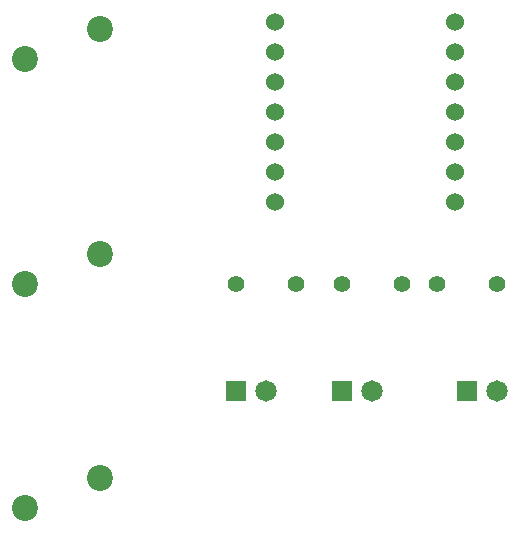
<source format=gbr>
%TF.GenerationSoftware,KiCad,Pcbnew,9.0.3*%
%TF.CreationDate,2025-07-19T14:34:55-07:00*%
%TF.ProjectId,aurorapcbworkshop,6175726f-7261-4706-9362-776f726b7368,rev?*%
%TF.SameCoordinates,Original*%
%TF.FileFunction,Copper,L2,Bot*%
%TF.FilePolarity,Positive*%
%FSLAX46Y46*%
G04 Gerber Fmt 4.6, Leading zero omitted, Abs format (unit mm)*
G04 Created by KiCad (PCBNEW 9.0.3) date 2025-07-19 14:34:55*
%MOMM*%
%LPD*%
G01*
G04 APERTURE LIST*
%TA.AperFunction,ComponentPad*%
%ADD10C,1.524000*%
%TD*%
%TA.AperFunction,ComponentPad*%
%ADD11C,2.200000*%
%TD*%
%TA.AperFunction,ComponentPad*%
%ADD12C,1.400000*%
%TD*%
%TA.AperFunction,ComponentPad*%
%ADD13R,1.815000X1.815000*%
%TD*%
%TA.AperFunction,ComponentPad*%
%ADD14C,1.815000*%
%TD*%
G04 APERTURE END LIST*
D10*
%TO.P,U2,1,GPIO26/ADC0/A0*%
%TO.N,Button1*%
X178260000Y-110260000D03*
%TO.P,U2,2,GPIO27/ADC1/A1*%
%TO.N,Button2*%
X178260000Y-112800000D03*
%TO.P,U2,3,GPIO28/ADC2/A2*%
%TO.N,Button3*%
X178260000Y-115340000D03*
%TO.P,U2,4,GPIO29/ADC3/A3*%
%TO.N,LED1*%
X178260000Y-117880000D03*
%TO.P,U2,5,GPIO6/SDA*%
%TO.N,LED2*%
X178260000Y-120420000D03*
%TO.P,U2,6,GPIO7/SCL*%
%TO.N,LED3*%
X178260000Y-122960000D03*
%TO.P,U2,7,GPIO0/TX*%
%TO.N,unconnected-(U2-GPIO0{slash}TX-Pad7)*%
X178260000Y-125500000D03*
%TO.P,U2,8,GPIO1/RX*%
%TO.N,unconnected-(U2-GPIO1{slash}RX-Pad8)*%
X193500000Y-125500000D03*
%TO.P,U2,9,GPIO2/SCK*%
%TO.N,unconnected-(U2-GPIO2{slash}SCK-Pad9)*%
X193500000Y-122960000D03*
%TO.P,U2,10,GPIO4/MISO*%
%TO.N,unconnected-(U2-GPIO4{slash}MISO-Pad10)*%
X193500000Y-120420000D03*
%TO.P,U2,11,GPIO3/MOSI*%
%TO.N,unconnected-(U2-GPIO3{slash}MOSI-Pad11)*%
X193500000Y-117880000D03*
%TO.P,U2,12,3V3*%
%TO.N,unconnected-(U2-3V3-Pad12)*%
X193500000Y-115340000D03*
%TO.P,U2,13,GND*%
%TO.N,GND*%
X193500000Y-112800000D03*
%TO.P,U2,14,VBUS*%
%TO.N,unconnected-(U2-VBUS-Pad14)*%
X193500000Y-110260000D03*
%TD*%
D11*
%TO.P,SW3,1,1*%
%TO.N,GND*%
X163460000Y-148920000D03*
%TO.P,SW3,2,2*%
%TO.N,Buttton3*%
X157110000Y-151460000D03*
%TD*%
%TO.P,SW2,1,1*%
%TO.N,GND*%
X163460000Y-129920000D03*
%TO.P,SW2,2,2*%
%TO.N,Button2*%
X157110000Y-132460000D03*
%TD*%
D12*
%TO.P,R3,1*%
%TO.N,Net-(D1-PadA)*%
X191920000Y-132500000D03*
%TO.P,R3,2*%
%TO.N,LED1*%
X197000000Y-132500000D03*
%TD*%
%TO.P,R2,1*%
%TO.N,Net-(D3-PadA)*%
X174920000Y-132500000D03*
%TO.P,R2,2*%
%TO.N,LED3*%
X180000000Y-132500000D03*
%TD*%
%TO.P,R1,1*%
%TO.N,Net-(D2-PadA)*%
X183920000Y-132500000D03*
%TO.P,R1,2*%
%TO.N,LED2*%
X189000000Y-132500000D03*
%TD*%
D13*
%TO.P,D3,C*%
%TO.N,GND*%
X174920000Y-141500000D03*
D14*
%TO.P,D3,A*%
%TO.N,Net-(D3-PadA)*%
X177460000Y-141500000D03*
%TD*%
D13*
%TO.P,D2,C*%
%TO.N,GND*%
X183960000Y-141500000D03*
D14*
%TO.P,D2,A*%
%TO.N,Net-(D2-PadA)*%
X186500000Y-141500000D03*
%TD*%
D13*
%TO.P,D1,C*%
%TO.N,GND*%
X194460000Y-141500000D03*
D14*
%TO.P,D1,A*%
%TO.N,Net-(D1-PadA)*%
X197000000Y-141500000D03*
%TD*%
D11*
%TO.P,SW1,1,1*%
%TO.N,GND*%
X163460000Y-110920000D03*
%TO.P,SW1,2,2*%
%TO.N,Button1*%
X157110000Y-113460000D03*
%TD*%
M02*

</source>
